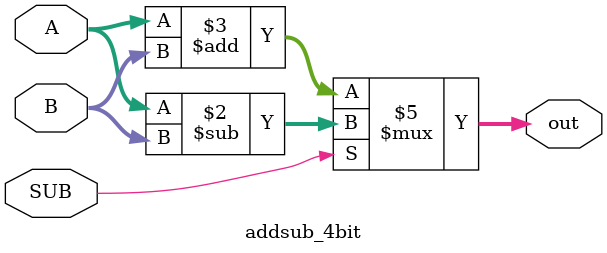
<source format=v>
module priority_mux_addsub (
    input [3:0] A, B, C, D, // Four 4-bit inputs
    input [1:0] S, // Select input to choose between the inputs
    input SUB, // 1-bit input for subtraction
    output reg [3:0] out // 4-bit output from the final module
);

    // Priority encoder-based multiplexer
    wire [1:0] sel;
    priority_encoder pe(.in(S), .out(sel));
    wire [3:0] mux_out;
    mux_4to1 mux(.in0(A), .in1(B), .in2(C), .in3(D), .sel(sel), .out(mux_out));

    // 4-bit adder-subtractor
    wire [3:0] addsub_out;
    addsub_4bit addsub(.A(A), .B(mux_out), .SUB(SUB), .out(addsub_out));

    // Final module to get the output
    always @* begin
        out = addsub_out;
    end

endmodule

module priority_encoder (
    input [1:0] in,
    output reg [1:0] out
);

    always @* begin
        if (in == 2'b00) begin
            out = 2'b00;
        end else if (in == 2'b01) begin
            out = 2'b01;
        end else if (in == 2'b10) begin
            out = 2'b10;
        end else begin
            out = 2'b11;
        end
    end

endmodule

module mux_4to1 (
    input [3:0] in0, in1, in2, in3,
    input [1:0] sel,
    output reg [3:0] out
);

    always @* begin
        case(sel)
            2'b00: out = in0;
            2'b01: out = in1;
            2'b10: out = in2;
            2'b11: out = in3;
        endcase
    end

endmodule

module addsub_4bit (
    input [3:0] A, B,
    input SUB,
    output reg [3:0] out
);

    always @* begin
        if (SUB) begin
            out = A - B;
        end else begin
            out = A + B;
        end
    end

endmodule
</source>
